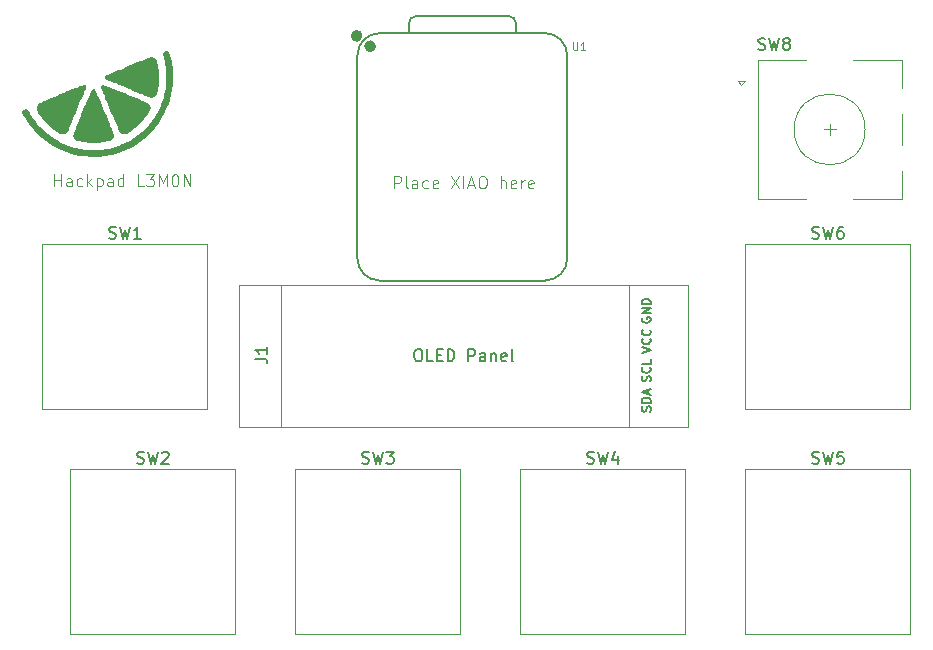
<source format=gbr>
%TF.GenerationSoftware,KiCad,Pcbnew,9.0.6*%
%TF.CreationDate,2025-12-08T21:15:04+04:00*%
%TF.ProjectId,L3MON hackpad,4c334d4f-4e20-4686-9163-6b7061642e6b,rev?*%
%TF.SameCoordinates,Original*%
%TF.FileFunction,Legend,Top*%
%TF.FilePolarity,Positive*%
%FSLAX46Y46*%
G04 Gerber Fmt 4.6, Leading zero omitted, Abs format (unit mm)*
G04 Created by KiCad (PCBNEW 9.0.6) date 2025-12-08 21:15:04*
%MOMM*%
%LPD*%
G01*
G04 APERTURE LIST*
%ADD10C,0.100000*%
%ADD11C,0.150000*%
%ADD12C,0.101600*%
%ADD13C,0.000000*%
%ADD14C,0.120000*%
%ADD15C,0.127000*%
%ADD16C,0.504000*%
%ADD17C,0.040000*%
G04 APERTURE END LIST*
D10*
X101173884Y-45282419D02*
X101173884Y-44282419D01*
X101173884Y-44758609D02*
X101745312Y-44758609D01*
X101745312Y-45282419D02*
X101745312Y-44282419D01*
X102650074Y-45282419D02*
X102650074Y-44758609D01*
X102650074Y-44758609D02*
X102602455Y-44663371D01*
X102602455Y-44663371D02*
X102507217Y-44615752D01*
X102507217Y-44615752D02*
X102316741Y-44615752D01*
X102316741Y-44615752D02*
X102221503Y-44663371D01*
X102650074Y-45234800D02*
X102554836Y-45282419D01*
X102554836Y-45282419D02*
X102316741Y-45282419D01*
X102316741Y-45282419D02*
X102221503Y-45234800D01*
X102221503Y-45234800D02*
X102173884Y-45139561D01*
X102173884Y-45139561D02*
X102173884Y-45044323D01*
X102173884Y-45044323D02*
X102221503Y-44949085D01*
X102221503Y-44949085D02*
X102316741Y-44901466D01*
X102316741Y-44901466D02*
X102554836Y-44901466D01*
X102554836Y-44901466D02*
X102650074Y-44853847D01*
X103554836Y-45234800D02*
X103459598Y-45282419D01*
X103459598Y-45282419D02*
X103269122Y-45282419D01*
X103269122Y-45282419D02*
X103173884Y-45234800D01*
X103173884Y-45234800D02*
X103126265Y-45187180D01*
X103126265Y-45187180D02*
X103078646Y-45091942D01*
X103078646Y-45091942D02*
X103078646Y-44806228D01*
X103078646Y-44806228D02*
X103126265Y-44710990D01*
X103126265Y-44710990D02*
X103173884Y-44663371D01*
X103173884Y-44663371D02*
X103269122Y-44615752D01*
X103269122Y-44615752D02*
X103459598Y-44615752D01*
X103459598Y-44615752D02*
X103554836Y-44663371D01*
X103983408Y-45282419D02*
X103983408Y-44282419D01*
X104078646Y-44901466D02*
X104364360Y-45282419D01*
X104364360Y-44615752D02*
X103983408Y-44996704D01*
X104792932Y-44615752D02*
X104792932Y-45615752D01*
X104792932Y-44663371D02*
X104888170Y-44615752D01*
X104888170Y-44615752D02*
X105078646Y-44615752D01*
X105078646Y-44615752D02*
X105173884Y-44663371D01*
X105173884Y-44663371D02*
X105221503Y-44710990D01*
X105221503Y-44710990D02*
X105269122Y-44806228D01*
X105269122Y-44806228D02*
X105269122Y-45091942D01*
X105269122Y-45091942D02*
X105221503Y-45187180D01*
X105221503Y-45187180D02*
X105173884Y-45234800D01*
X105173884Y-45234800D02*
X105078646Y-45282419D01*
X105078646Y-45282419D02*
X104888170Y-45282419D01*
X104888170Y-45282419D02*
X104792932Y-45234800D01*
X106126265Y-45282419D02*
X106126265Y-44758609D01*
X106126265Y-44758609D02*
X106078646Y-44663371D01*
X106078646Y-44663371D02*
X105983408Y-44615752D01*
X105983408Y-44615752D02*
X105792932Y-44615752D01*
X105792932Y-44615752D02*
X105697694Y-44663371D01*
X106126265Y-45234800D02*
X106031027Y-45282419D01*
X106031027Y-45282419D02*
X105792932Y-45282419D01*
X105792932Y-45282419D02*
X105697694Y-45234800D01*
X105697694Y-45234800D02*
X105650075Y-45139561D01*
X105650075Y-45139561D02*
X105650075Y-45044323D01*
X105650075Y-45044323D02*
X105697694Y-44949085D01*
X105697694Y-44949085D02*
X105792932Y-44901466D01*
X105792932Y-44901466D02*
X106031027Y-44901466D01*
X106031027Y-44901466D02*
X106126265Y-44853847D01*
X107031027Y-45282419D02*
X107031027Y-44282419D01*
X107031027Y-45234800D02*
X106935789Y-45282419D01*
X106935789Y-45282419D02*
X106745313Y-45282419D01*
X106745313Y-45282419D02*
X106650075Y-45234800D01*
X106650075Y-45234800D02*
X106602456Y-45187180D01*
X106602456Y-45187180D02*
X106554837Y-45091942D01*
X106554837Y-45091942D02*
X106554837Y-44806228D01*
X106554837Y-44806228D02*
X106602456Y-44710990D01*
X106602456Y-44710990D02*
X106650075Y-44663371D01*
X106650075Y-44663371D02*
X106745313Y-44615752D01*
X106745313Y-44615752D02*
X106935789Y-44615752D01*
X106935789Y-44615752D02*
X107031027Y-44663371D01*
X108745313Y-45282419D02*
X108269123Y-45282419D01*
X108269123Y-45282419D02*
X108269123Y-44282419D01*
X108983409Y-44282419D02*
X109602456Y-44282419D01*
X109602456Y-44282419D02*
X109269123Y-44663371D01*
X109269123Y-44663371D02*
X109411980Y-44663371D01*
X109411980Y-44663371D02*
X109507218Y-44710990D01*
X109507218Y-44710990D02*
X109554837Y-44758609D01*
X109554837Y-44758609D02*
X109602456Y-44853847D01*
X109602456Y-44853847D02*
X109602456Y-45091942D01*
X109602456Y-45091942D02*
X109554837Y-45187180D01*
X109554837Y-45187180D02*
X109507218Y-45234800D01*
X109507218Y-45234800D02*
X109411980Y-45282419D01*
X109411980Y-45282419D02*
X109126266Y-45282419D01*
X109126266Y-45282419D02*
X109031028Y-45234800D01*
X109031028Y-45234800D02*
X108983409Y-45187180D01*
X110031028Y-45282419D02*
X110031028Y-44282419D01*
X110031028Y-44282419D02*
X110364361Y-44996704D01*
X110364361Y-44996704D02*
X110697694Y-44282419D01*
X110697694Y-44282419D02*
X110697694Y-45282419D01*
X111364361Y-44282419D02*
X111459599Y-44282419D01*
X111459599Y-44282419D02*
X111554837Y-44330038D01*
X111554837Y-44330038D02*
X111602456Y-44377657D01*
X111602456Y-44377657D02*
X111650075Y-44472895D01*
X111650075Y-44472895D02*
X111697694Y-44663371D01*
X111697694Y-44663371D02*
X111697694Y-44901466D01*
X111697694Y-44901466D02*
X111650075Y-45091942D01*
X111650075Y-45091942D02*
X111602456Y-45187180D01*
X111602456Y-45187180D02*
X111554837Y-45234800D01*
X111554837Y-45234800D02*
X111459599Y-45282419D01*
X111459599Y-45282419D02*
X111364361Y-45282419D01*
X111364361Y-45282419D02*
X111269123Y-45234800D01*
X111269123Y-45234800D02*
X111221504Y-45187180D01*
X111221504Y-45187180D02*
X111173885Y-45091942D01*
X111173885Y-45091942D02*
X111126266Y-44901466D01*
X111126266Y-44901466D02*
X111126266Y-44663371D01*
X111126266Y-44663371D02*
X111173885Y-44472895D01*
X111173885Y-44472895D02*
X111221504Y-44377657D01*
X111221504Y-44377657D02*
X111269123Y-44330038D01*
X111269123Y-44330038D02*
X111364361Y-44282419D01*
X112126266Y-45282419D02*
X112126266Y-44282419D01*
X112126266Y-44282419D02*
X112697694Y-45282419D01*
X112697694Y-45282419D02*
X112697694Y-44282419D01*
X129973884Y-45452419D02*
X129973884Y-44452419D01*
X129973884Y-44452419D02*
X130354836Y-44452419D01*
X130354836Y-44452419D02*
X130450074Y-44500038D01*
X130450074Y-44500038D02*
X130497693Y-44547657D01*
X130497693Y-44547657D02*
X130545312Y-44642895D01*
X130545312Y-44642895D02*
X130545312Y-44785752D01*
X130545312Y-44785752D02*
X130497693Y-44880990D01*
X130497693Y-44880990D02*
X130450074Y-44928609D01*
X130450074Y-44928609D02*
X130354836Y-44976228D01*
X130354836Y-44976228D02*
X129973884Y-44976228D01*
X131116741Y-45452419D02*
X131021503Y-45404800D01*
X131021503Y-45404800D02*
X130973884Y-45309561D01*
X130973884Y-45309561D02*
X130973884Y-44452419D01*
X131926265Y-45452419D02*
X131926265Y-44928609D01*
X131926265Y-44928609D02*
X131878646Y-44833371D01*
X131878646Y-44833371D02*
X131783408Y-44785752D01*
X131783408Y-44785752D02*
X131592932Y-44785752D01*
X131592932Y-44785752D02*
X131497694Y-44833371D01*
X131926265Y-45404800D02*
X131831027Y-45452419D01*
X131831027Y-45452419D02*
X131592932Y-45452419D01*
X131592932Y-45452419D02*
X131497694Y-45404800D01*
X131497694Y-45404800D02*
X131450075Y-45309561D01*
X131450075Y-45309561D02*
X131450075Y-45214323D01*
X131450075Y-45214323D02*
X131497694Y-45119085D01*
X131497694Y-45119085D02*
X131592932Y-45071466D01*
X131592932Y-45071466D02*
X131831027Y-45071466D01*
X131831027Y-45071466D02*
X131926265Y-45023847D01*
X132831027Y-45404800D02*
X132735789Y-45452419D01*
X132735789Y-45452419D02*
X132545313Y-45452419D01*
X132545313Y-45452419D02*
X132450075Y-45404800D01*
X132450075Y-45404800D02*
X132402456Y-45357180D01*
X132402456Y-45357180D02*
X132354837Y-45261942D01*
X132354837Y-45261942D02*
X132354837Y-44976228D01*
X132354837Y-44976228D02*
X132402456Y-44880990D01*
X132402456Y-44880990D02*
X132450075Y-44833371D01*
X132450075Y-44833371D02*
X132545313Y-44785752D01*
X132545313Y-44785752D02*
X132735789Y-44785752D01*
X132735789Y-44785752D02*
X132831027Y-44833371D01*
X133640551Y-45404800D02*
X133545313Y-45452419D01*
X133545313Y-45452419D02*
X133354837Y-45452419D01*
X133354837Y-45452419D02*
X133259599Y-45404800D01*
X133259599Y-45404800D02*
X133211980Y-45309561D01*
X133211980Y-45309561D02*
X133211980Y-44928609D01*
X133211980Y-44928609D02*
X133259599Y-44833371D01*
X133259599Y-44833371D02*
X133354837Y-44785752D01*
X133354837Y-44785752D02*
X133545313Y-44785752D01*
X133545313Y-44785752D02*
X133640551Y-44833371D01*
X133640551Y-44833371D02*
X133688170Y-44928609D01*
X133688170Y-44928609D02*
X133688170Y-45023847D01*
X133688170Y-45023847D02*
X133211980Y-45119085D01*
X134783409Y-44452419D02*
X135450075Y-45452419D01*
X135450075Y-44452419D02*
X134783409Y-45452419D01*
X135831028Y-45452419D02*
X135831028Y-44452419D01*
X136259599Y-45166704D02*
X136735789Y-45166704D01*
X136164361Y-45452419D02*
X136497694Y-44452419D01*
X136497694Y-44452419D02*
X136831027Y-45452419D01*
X137354837Y-44452419D02*
X137545313Y-44452419D01*
X137545313Y-44452419D02*
X137640551Y-44500038D01*
X137640551Y-44500038D02*
X137735789Y-44595276D01*
X137735789Y-44595276D02*
X137783408Y-44785752D01*
X137783408Y-44785752D02*
X137783408Y-45119085D01*
X137783408Y-45119085D02*
X137735789Y-45309561D01*
X137735789Y-45309561D02*
X137640551Y-45404800D01*
X137640551Y-45404800D02*
X137545313Y-45452419D01*
X137545313Y-45452419D02*
X137354837Y-45452419D01*
X137354837Y-45452419D02*
X137259599Y-45404800D01*
X137259599Y-45404800D02*
X137164361Y-45309561D01*
X137164361Y-45309561D02*
X137116742Y-45119085D01*
X137116742Y-45119085D02*
X137116742Y-44785752D01*
X137116742Y-44785752D02*
X137164361Y-44595276D01*
X137164361Y-44595276D02*
X137259599Y-44500038D01*
X137259599Y-44500038D02*
X137354837Y-44452419D01*
X138973885Y-45452419D02*
X138973885Y-44452419D01*
X139402456Y-45452419D02*
X139402456Y-44928609D01*
X139402456Y-44928609D02*
X139354837Y-44833371D01*
X139354837Y-44833371D02*
X139259599Y-44785752D01*
X139259599Y-44785752D02*
X139116742Y-44785752D01*
X139116742Y-44785752D02*
X139021504Y-44833371D01*
X139021504Y-44833371D02*
X138973885Y-44880990D01*
X140259599Y-45404800D02*
X140164361Y-45452419D01*
X140164361Y-45452419D02*
X139973885Y-45452419D01*
X139973885Y-45452419D02*
X139878647Y-45404800D01*
X139878647Y-45404800D02*
X139831028Y-45309561D01*
X139831028Y-45309561D02*
X139831028Y-44928609D01*
X139831028Y-44928609D02*
X139878647Y-44833371D01*
X139878647Y-44833371D02*
X139973885Y-44785752D01*
X139973885Y-44785752D02*
X140164361Y-44785752D01*
X140164361Y-44785752D02*
X140259599Y-44833371D01*
X140259599Y-44833371D02*
X140307218Y-44928609D01*
X140307218Y-44928609D02*
X140307218Y-45023847D01*
X140307218Y-45023847D02*
X139831028Y-45119085D01*
X140735790Y-45452419D02*
X140735790Y-44785752D01*
X140735790Y-44976228D02*
X140783409Y-44880990D01*
X140783409Y-44880990D02*
X140831028Y-44833371D01*
X140831028Y-44833371D02*
X140926266Y-44785752D01*
X140926266Y-44785752D02*
X141021504Y-44785752D01*
X141735790Y-45404800D02*
X141640552Y-45452419D01*
X141640552Y-45452419D02*
X141450076Y-45452419D01*
X141450076Y-45452419D02*
X141354838Y-45404800D01*
X141354838Y-45404800D02*
X141307219Y-45309561D01*
X141307219Y-45309561D02*
X141307219Y-44928609D01*
X141307219Y-44928609D02*
X141354838Y-44833371D01*
X141354838Y-44833371D02*
X141450076Y-44785752D01*
X141450076Y-44785752D02*
X141640552Y-44785752D01*
X141640552Y-44785752D02*
X141735790Y-44833371D01*
X141735790Y-44833371D02*
X141783409Y-44928609D01*
X141783409Y-44928609D02*
X141783409Y-45023847D01*
X141783409Y-45023847D02*
X141307219Y-45119085D01*
D11*
X105822917Y-49683200D02*
X105965774Y-49730819D01*
X105965774Y-49730819D02*
X106203869Y-49730819D01*
X106203869Y-49730819D02*
X106299107Y-49683200D01*
X106299107Y-49683200D02*
X106346726Y-49635580D01*
X106346726Y-49635580D02*
X106394345Y-49540342D01*
X106394345Y-49540342D02*
X106394345Y-49445104D01*
X106394345Y-49445104D02*
X106346726Y-49349866D01*
X106346726Y-49349866D02*
X106299107Y-49302247D01*
X106299107Y-49302247D02*
X106203869Y-49254628D01*
X106203869Y-49254628D02*
X106013393Y-49207009D01*
X106013393Y-49207009D02*
X105918155Y-49159390D01*
X105918155Y-49159390D02*
X105870536Y-49111771D01*
X105870536Y-49111771D02*
X105822917Y-49016533D01*
X105822917Y-49016533D02*
X105822917Y-48921295D01*
X105822917Y-48921295D02*
X105870536Y-48826057D01*
X105870536Y-48826057D02*
X105918155Y-48778438D01*
X105918155Y-48778438D02*
X106013393Y-48730819D01*
X106013393Y-48730819D02*
X106251488Y-48730819D01*
X106251488Y-48730819D02*
X106394345Y-48778438D01*
X106727679Y-48730819D02*
X106965774Y-49730819D01*
X106965774Y-49730819D02*
X107156250Y-49016533D01*
X107156250Y-49016533D02*
X107346726Y-49730819D01*
X107346726Y-49730819D02*
X107584822Y-48730819D01*
X108489583Y-49730819D02*
X107918155Y-49730819D01*
X108203869Y-49730819D02*
X108203869Y-48730819D01*
X108203869Y-48730819D02*
X108108631Y-48873676D01*
X108108631Y-48873676D02*
X108013393Y-48968914D01*
X108013393Y-48968914D02*
X107918155Y-49016533D01*
X127254167Y-68733200D02*
X127397024Y-68780819D01*
X127397024Y-68780819D02*
X127635119Y-68780819D01*
X127635119Y-68780819D02*
X127730357Y-68733200D01*
X127730357Y-68733200D02*
X127777976Y-68685580D01*
X127777976Y-68685580D02*
X127825595Y-68590342D01*
X127825595Y-68590342D02*
X127825595Y-68495104D01*
X127825595Y-68495104D02*
X127777976Y-68399866D01*
X127777976Y-68399866D02*
X127730357Y-68352247D01*
X127730357Y-68352247D02*
X127635119Y-68304628D01*
X127635119Y-68304628D02*
X127444643Y-68257009D01*
X127444643Y-68257009D02*
X127349405Y-68209390D01*
X127349405Y-68209390D02*
X127301786Y-68161771D01*
X127301786Y-68161771D02*
X127254167Y-68066533D01*
X127254167Y-68066533D02*
X127254167Y-67971295D01*
X127254167Y-67971295D02*
X127301786Y-67876057D01*
X127301786Y-67876057D02*
X127349405Y-67828438D01*
X127349405Y-67828438D02*
X127444643Y-67780819D01*
X127444643Y-67780819D02*
X127682738Y-67780819D01*
X127682738Y-67780819D02*
X127825595Y-67828438D01*
X128158929Y-67780819D02*
X128397024Y-68780819D01*
X128397024Y-68780819D02*
X128587500Y-68066533D01*
X128587500Y-68066533D02*
X128777976Y-68780819D01*
X128777976Y-68780819D02*
X129016072Y-67780819D01*
X129301786Y-67780819D02*
X129920833Y-67780819D01*
X129920833Y-67780819D02*
X129587500Y-68161771D01*
X129587500Y-68161771D02*
X129730357Y-68161771D01*
X129730357Y-68161771D02*
X129825595Y-68209390D01*
X129825595Y-68209390D02*
X129873214Y-68257009D01*
X129873214Y-68257009D02*
X129920833Y-68352247D01*
X129920833Y-68352247D02*
X129920833Y-68590342D01*
X129920833Y-68590342D02*
X129873214Y-68685580D01*
X129873214Y-68685580D02*
X129825595Y-68733200D01*
X129825595Y-68733200D02*
X129730357Y-68780819D01*
X129730357Y-68780819D02*
X129444643Y-68780819D01*
X129444643Y-68780819D02*
X129349405Y-68733200D01*
X129349405Y-68733200D02*
X129301786Y-68685580D01*
X165354167Y-49683200D02*
X165497024Y-49730819D01*
X165497024Y-49730819D02*
X165735119Y-49730819D01*
X165735119Y-49730819D02*
X165830357Y-49683200D01*
X165830357Y-49683200D02*
X165877976Y-49635580D01*
X165877976Y-49635580D02*
X165925595Y-49540342D01*
X165925595Y-49540342D02*
X165925595Y-49445104D01*
X165925595Y-49445104D02*
X165877976Y-49349866D01*
X165877976Y-49349866D02*
X165830357Y-49302247D01*
X165830357Y-49302247D02*
X165735119Y-49254628D01*
X165735119Y-49254628D02*
X165544643Y-49207009D01*
X165544643Y-49207009D02*
X165449405Y-49159390D01*
X165449405Y-49159390D02*
X165401786Y-49111771D01*
X165401786Y-49111771D02*
X165354167Y-49016533D01*
X165354167Y-49016533D02*
X165354167Y-48921295D01*
X165354167Y-48921295D02*
X165401786Y-48826057D01*
X165401786Y-48826057D02*
X165449405Y-48778438D01*
X165449405Y-48778438D02*
X165544643Y-48730819D01*
X165544643Y-48730819D02*
X165782738Y-48730819D01*
X165782738Y-48730819D02*
X165925595Y-48778438D01*
X166258929Y-48730819D02*
X166497024Y-49730819D01*
X166497024Y-49730819D02*
X166687500Y-49016533D01*
X166687500Y-49016533D02*
X166877976Y-49730819D01*
X166877976Y-49730819D02*
X167116072Y-48730819D01*
X167925595Y-48730819D02*
X167735119Y-48730819D01*
X167735119Y-48730819D02*
X167639881Y-48778438D01*
X167639881Y-48778438D02*
X167592262Y-48826057D01*
X167592262Y-48826057D02*
X167497024Y-48968914D01*
X167497024Y-48968914D02*
X167449405Y-49159390D01*
X167449405Y-49159390D02*
X167449405Y-49540342D01*
X167449405Y-49540342D02*
X167497024Y-49635580D01*
X167497024Y-49635580D02*
X167544643Y-49683200D01*
X167544643Y-49683200D02*
X167639881Y-49730819D01*
X167639881Y-49730819D02*
X167830357Y-49730819D01*
X167830357Y-49730819D02*
X167925595Y-49683200D01*
X167925595Y-49683200D02*
X167973214Y-49635580D01*
X167973214Y-49635580D02*
X168020833Y-49540342D01*
X168020833Y-49540342D02*
X168020833Y-49302247D01*
X168020833Y-49302247D02*
X167973214Y-49207009D01*
X167973214Y-49207009D02*
X167925595Y-49159390D01*
X167925595Y-49159390D02*
X167830357Y-49111771D01*
X167830357Y-49111771D02*
X167639881Y-49111771D01*
X167639881Y-49111771D02*
X167544643Y-49159390D01*
X167544643Y-49159390D02*
X167497024Y-49207009D01*
X167497024Y-49207009D02*
X167449405Y-49302247D01*
D12*
X145106190Y-33113479D02*
X145106190Y-33627526D01*
X145106190Y-33627526D02*
X145136428Y-33688002D01*
X145136428Y-33688002D02*
X145166666Y-33718241D01*
X145166666Y-33718241D02*
X145227142Y-33748479D01*
X145227142Y-33748479D02*
X145348095Y-33748479D01*
X145348095Y-33748479D02*
X145408571Y-33718241D01*
X145408571Y-33718241D02*
X145438809Y-33688002D01*
X145438809Y-33688002D02*
X145469047Y-33627526D01*
X145469047Y-33627526D02*
X145469047Y-33113479D01*
X146104047Y-33748479D02*
X145741190Y-33748479D01*
X145922618Y-33748479D02*
X145922618Y-33113479D01*
X145922618Y-33113479D02*
X145862142Y-33204193D01*
X145862142Y-33204193D02*
X145801666Y-33264669D01*
X145801666Y-33264669D02*
X145741190Y-33294907D01*
D11*
X165354167Y-68733200D02*
X165497024Y-68780819D01*
X165497024Y-68780819D02*
X165735119Y-68780819D01*
X165735119Y-68780819D02*
X165830357Y-68733200D01*
X165830357Y-68733200D02*
X165877976Y-68685580D01*
X165877976Y-68685580D02*
X165925595Y-68590342D01*
X165925595Y-68590342D02*
X165925595Y-68495104D01*
X165925595Y-68495104D02*
X165877976Y-68399866D01*
X165877976Y-68399866D02*
X165830357Y-68352247D01*
X165830357Y-68352247D02*
X165735119Y-68304628D01*
X165735119Y-68304628D02*
X165544643Y-68257009D01*
X165544643Y-68257009D02*
X165449405Y-68209390D01*
X165449405Y-68209390D02*
X165401786Y-68161771D01*
X165401786Y-68161771D02*
X165354167Y-68066533D01*
X165354167Y-68066533D02*
X165354167Y-67971295D01*
X165354167Y-67971295D02*
X165401786Y-67876057D01*
X165401786Y-67876057D02*
X165449405Y-67828438D01*
X165449405Y-67828438D02*
X165544643Y-67780819D01*
X165544643Y-67780819D02*
X165782738Y-67780819D01*
X165782738Y-67780819D02*
X165925595Y-67828438D01*
X166258929Y-67780819D02*
X166497024Y-68780819D01*
X166497024Y-68780819D02*
X166687500Y-68066533D01*
X166687500Y-68066533D02*
X166877976Y-68780819D01*
X166877976Y-68780819D02*
X167116072Y-67780819D01*
X167973214Y-67780819D02*
X167497024Y-67780819D01*
X167497024Y-67780819D02*
X167449405Y-68257009D01*
X167449405Y-68257009D02*
X167497024Y-68209390D01*
X167497024Y-68209390D02*
X167592262Y-68161771D01*
X167592262Y-68161771D02*
X167830357Y-68161771D01*
X167830357Y-68161771D02*
X167925595Y-68209390D01*
X167925595Y-68209390D02*
X167973214Y-68257009D01*
X167973214Y-68257009D02*
X168020833Y-68352247D01*
X168020833Y-68352247D02*
X168020833Y-68590342D01*
X168020833Y-68590342D02*
X167973214Y-68685580D01*
X167973214Y-68685580D02*
X167925595Y-68733200D01*
X167925595Y-68733200D02*
X167830357Y-68780819D01*
X167830357Y-68780819D02*
X167592262Y-68780819D01*
X167592262Y-68780819D02*
X167497024Y-68733200D01*
X167497024Y-68733200D02*
X167449405Y-68685580D01*
X118201069Y-59889583D02*
X118915354Y-59889583D01*
X118915354Y-59889583D02*
X119058211Y-59937202D01*
X119058211Y-59937202D02*
X119153450Y-60032440D01*
X119153450Y-60032440D02*
X119201069Y-60175297D01*
X119201069Y-60175297D02*
X119201069Y-60270535D01*
X119201069Y-58889583D02*
X119201069Y-59461011D01*
X119201069Y-59175297D02*
X118201069Y-59175297D01*
X118201069Y-59175297D02*
X118343926Y-59270535D01*
X118343926Y-59270535D02*
X118439164Y-59365773D01*
X118439164Y-59365773D02*
X118486783Y-59461011D01*
X131917678Y-59101069D02*
X132108154Y-59101069D01*
X132108154Y-59101069D02*
X132203392Y-59148688D01*
X132203392Y-59148688D02*
X132298630Y-59243926D01*
X132298630Y-59243926D02*
X132346249Y-59434402D01*
X132346249Y-59434402D02*
X132346249Y-59767735D01*
X132346249Y-59767735D02*
X132298630Y-59958211D01*
X132298630Y-59958211D02*
X132203392Y-60053450D01*
X132203392Y-60053450D02*
X132108154Y-60101069D01*
X132108154Y-60101069D02*
X131917678Y-60101069D01*
X131917678Y-60101069D02*
X131822440Y-60053450D01*
X131822440Y-60053450D02*
X131727202Y-59958211D01*
X131727202Y-59958211D02*
X131679583Y-59767735D01*
X131679583Y-59767735D02*
X131679583Y-59434402D01*
X131679583Y-59434402D02*
X131727202Y-59243926D01*
X131727202Y-59243926D02*
X131822440Y-59148688D01*
X131822440Y-59148688D02*
X131917678Y-59101069D01*
X133251011Y-60101069D02*
X132774821Y-60101069D01*
X132774821Y-60101069D02*
X132774821Y-59101069D01*
X133584345Y-59577259D02*
X133917678Y-59577259D01*
X134060535Y-60101069D02*
X133584345Y-60101069D01*
X133584345Y-60101069D02*
X133584345Y-59101069D01*
X133584345Y-59101069D02*
X134060535Y-59101069D01*
X134489107Y-60101069D02*
X134489107Y-59101069D01*
X134489107Y-59101069D02*
X134727202Y-59101069D01*
X134727202Y-59101069D02*
X134870059Y-59148688D01*
X134870059Y-59148688D02*
X134965297Y-59243926D01*
X134965297Y-59243926D02*
X135012916Y-59339164D01*
X135012916Y-59339164D02*
X135060535Y-59529640D01*
X135060535Y-59529640D02*
X135060535Y-59672497D01*
X135060535Y-59672497D02*
X135012916Y-59862973D01*
X135012916Y-59862973D02*
X134965297Y-59958211D01*
X134965297Y-59958211D02*
X134870059Y-60053450D01*
X134870059Y-60053450D02*
X134727202Y-60101069D01*
X134727202Y-60101069D02*
X134489107Y-60101069D01*
X136251012Y-60101069D02*
X136251012Y-59101069D01*
X136251012Y-59101069D02*
X136631964Y-59101069D01*
X136631964Y-59101069D02*
X136727202Y-59148688D01*
X136727202Y-59148688D02*
X136774821Y-59196307D01*
X136774821Y-59196307D02*
X136822440Y-59291545D01*
X136822440Y-59291545D02*
X136822440Y-59434402D01*
X136822440Y-59434402D02*
X136774821Y-59529640D01*
X136774821Y-59529640D02*
X136727202Y-59577259D01*
X136727202Y-59577259D02*
X136631964Y-59624878D01*
X136631964Y-59624878D02*
X136251012Y-59624878D01*
X137679583Y-60101069D02*
X137679583Y-59577259D01*
X137679583Y-59577259D02*
X137631964Y-59482021D01*
X137631964Y-59482021D02*
X137536726Y-59434402D01*
X137536726Y-59434402D02*
X137346250Y-59434402D01*
X137346250Y-59434402D02*
X137251012Y-59482021D01*
X137679583Y-60053450D02*
X137584345Y-60101069D01*
X137584345Y-60101069D02*
X137346250Y-60101069D01*
X137346250Y-60101069D02*
X137251012Y-60053450D01*
X137251012Y-60053450D02*
X137203393Y-59958211D01*
X137203393Y-59958211D02*
X137203393Y-59862973D01*
X137203393Y-59862973D02*
X137251012Y-59767735D01*
X137251012Y-59767735D02*
X137346250Y-59720116D01*
X137346250Y-59720116D02*
X137584345Y-59720116D01*
X137584345Y-59720116D02*
X137679583Y-59672497D01*
X138155774Y-59434402D02*
X138155774Y-60101069D01*
X138155774Y-59529640D02*
X138203393Y-59482021D01*
X138203393Y-59482021D02*
X138298631Y-59434402D01*
X138298631Y-59434402D02*
X138441488Y-59434402D01*
X138441488Y-59434402D02*
X138536726Y-59482021D01*
X138536726Y-59482021D02*
X138584345Y-59577259D01*
X138584345Y-59577259D02*
X138584345Y-60101069D01*
X139441488Y-60053450D02*
X139346250Y-60101069D01*
X139346250Y-60101069D02*
X139155774Y-60101069D01*
X139155774Y-60101069D02*
X139060536Y-60053450D01*
X139060536Y-60053450D02*
X139012917Y-59958211D01*
X139012917Y-59958211D02*
X139012917Y-59577259D01*
X139012917Y-59577259D02*
X139060536Y-59482021D01*
X139060536Y-59482021D02*
X139155774Y-59434402D01*
X139155774Y-59434402D02*
X139346250Y-59434402D01*
X139346250Y-59434402D02*
X139441488Y-59482021D01*
X139441488Y-59482021D02*
X139489107Y-59577259D01*
X139489107Y-59577259D02*
X139489107Y-59672497D01*
X139489107Y-59672497D02*
X139012917Y-59767735D01*
X140060536Y-60101069D02*
X139965298Y-60053450D01*
X139965298Y-60053450D02*
X139917679Y-59958211D01*
X139917679Y-59958211D02*
X139917679Y-59101069D01*
X150935414Y-59376249D02*
X151685414Y-59126249D01*
X151685414Y-59126249D02*
X150935414Y-58876249D01*
X151613985Y-58197678D02*
X151649700Y-58233392D01*
X151649700Y-58233392D02*
X151685414Y-58340535D01*
X151685414Y-58340535D02*
X151685414Y-58411963D01*
X151685414Y-58411963D02*
X151649700Y-58519106D01*
X151649700Y-58519106D02*
X151578271Y-58590535D01*
X151578271Y-58590535D02*
X151506842Y-58626249D01*
X151506842Y-58626249D02*
X151363985Y-58661963D01*
X151363985Y-58661963D02*
X151256842Y-58661963D01*
X151256842Y-58661963D02*
X151113985Y-58626249D01*
X151113985Y-58626249D02*
X151042557Y-58590535D01*
X151042557Y-58590535D02*
X150971128Y-58519106D01*
X150971128Y-58519106D02*
X150935414Y-58411963D01*
X150935414Y-58411963D02*
X150935414Y-58340535D01*
X150935414Y-58340535D02*
X150971128Y-58233392D01*
X150971128Y-58233392D02*
X151006842Y-58197678D01*
X151613985Y-57447678D02*
X151649700Y-57483392D01*
X151649700Y-57483392D02*
X151685414Y-57590535D01*
X151685414Y-57590535D02*
X151685414Y-57661963D01*
X151685414Y-57661963D02*
X151649700Y-57769106D01*
X151649700Y-57769106D02*
X151578271Y-57840535D01*
X151578271Y-57840535D02*
X151506842Y-57876249D01*
X151506842Y-57876249D02*
X151363985Y-57911963D01*
X151363985Y-57911963D02*
X151256842Y-57911963D01*
X151256842Y-57911963D02*
X151113985Y-57876249D01*
X151113985Y-57876249D02*
X151042557Y-57840535D01*
X151042557Y-57840535D02*
X150971128Y-57769106D01*
X150971128Y-57769106D02*
X150935414Y-57661963D01*
X150935414Y-57661963D02*
X150935414Y-57590535D01*
X150935414Y-57590535D02*
X150971128Y-57483392D01*
X150971128Y-57483392D02*
X151006842Y-57447678D01*
X151649700Y-64366963D02*
X151685414Y-64259821D01*
X151685414Y-64259821D02*
X151685414Y-64081249D01*
X151685414Y-64081249D02*
X151649700Y-64009821D01*
X151649700Y-64009821D02*
X151613985Y-63974106D01*
X151613985Y-63974106D02*
X151542557Y-63938392D01*
X151542557Y-63938392D02*
X151471128Y-63938392D01*
X151471128Y-63938392D02*
X151399700Y-63974106D01*
X151399700Y-63974106D02*
X151363985Y-64009821D01*
X151363985Y-64009821D02*
X151328271Y-64081249D01*
X151328271Y-64081249D02*
X151292557Y-64224106D01*
X151292557Y-64224106D02*
X151256842Y-64295535D01*
X151256842Y-64295535D02*
X151221128Y-64331249D01*
X151221128Y-64331249D02*
X151149700Y-64366963D01*
X151149700Y-64366963D02*
X151078271Y-64366963D01*
X151078271Y-64366963D02*
X151006842Y-64331249D01*
X151006842Y-64331249D02*
X150971128Y-64295535D01*
X150971128Y-64295535D02*
X150935414Y-64224106D01*
X150935414Y-64224106D02*
X150935414Y-64045535D01*
X150935414Y-64045535D02*
X150971128Y-63938392D01*
X151685414Y-63616963D02*
X150935414Y-63616963D01*
X150935414Y-63616963D02*
X150935414Y-63438392D01*
X150935414Y-63438392D02*
X150971128Y-63331249D01*
X150971128Y-63331249D02*
X151042557Y-63259820D01*
X151042557Y-63259820D02*
X151113985Y-63224106D01*
X151113985Y-63224106D02*
X151256842Y-63188392D01*
X151256842Y-63188392D02*
X151363985Y-63188392D01*
X151363985Y-63188392D02*
X151506842Y-63224106D01*
X151506842Y-63224106D02*
X151578271Y-63259820D01*
X151578271Y-63259820D02*
X151649700Y-63331249D01*
X151649700Y-63331249D02*
X151685414Y-63438392D01*
X151685414Y-63438392D02*
X151685414Y-63616963D01*
X151471128Y-62902677D02*
X151471128Y-62545535D01*
X151685414Y-62974106D02*
X150935414Y-62724106D01*
X150935414Y-62724106D02*
X151685414Y-62474106D01*
X151649700Y-61809106D02*
X151685414Y-61701964D01*
X151685414Y-61701964D02*
X151685414Y-61523392D01*
X151685414Y-61523392D02*
X151649700Y-61451964D01*
X151649700Y-61451964D02*
X151613985Y-61416249D01*
X151613985Y-61416249D02*
X151542557Y-61380535D01*
X151542557Y-61380535D02*
X151471128Y-61380535D01*
X151471128Y-61380535D02*
X151399700Y-61416249D01*
X151399700Y-61416249D02*
X151363985Y-61451964D01*
X151363985Y-61451964D02*
X151328271Y-61523392D01*
X151328271Y-61523392D02*
X151292557Y-61666249D01*
X151292557Y-61666249D02*
X151256842Y-61737678D01*
X151256842Y-61737678D02*
X151221128Y-61773392D01*
X151221128Y-61773392D02*
X151149700Y-61809106D01*
X151149700Y-61809106D02*
X151078271Y-61809106D01*
X151078271Y-61809106D02*
X151006842Y-61773392D01*
X151006842Y-61773392D02*
X150971128Y-61737678D01*
X150971128Y-61737678D02*
X150935414Y-61666249D01*
X150935414Y-61666249D02*
X150935414Y-61487678D01*
X150935414Y-61487678D02*
X150971128Y-61380535D01*
X151613985Y-60630535D02*
X151649700Y-60666249D01*
X151649700Y-60666249D02*
X151685414Y-60773392D01*
X151685414Y-60773392D02*
X151685414Y-60844820D01*
X151685414Y-60844820D02*
X151649700Y-60951963D01*
X151649700Y-60951963D02*
X151578271Y-61023392D01*
X151578271Y-61023392D02*
X151506842Y-61059106D01*
X151506842Y-61059106D02*
X151363985Y-61094820D01*
X151363985Y-61094820D02*
X151256842Y-61094820D01*
X151256842Y-61094820D02*
X151113985Y-61059106D01*
X151113985Y-61059106D02*
X151042557Y-61023392D01*
X151042557Y-61023392D02*
X150971128Y-60951963D01*
X150971128Y-60951963D02*
X150935414Y-60844820D01*
X150935414Y-60844820D02*
X150935414Y-60773392D01*
X150935414Y-60773392D02*
X150971128Y-60666249D01*
X150971128Y-60666249D02*
X151006842Y-60630535D01*
X151685414Y-59951963D02*
X151685414Y-60309106D01*
X151685414Y-60309106D02*
X150935414Y-60309106D01*
X150971128Y-56407678D02*
X150935414Y-56479107D01*
X150935414Y-56479107D02*
X150935414Y-56586249D01*
X150935414Y-56586249D02*
X150971128Y-56693392D01*
X150971128Y-56693392D02*
X151042557Y-56764821D01*
X151042557Y-56764821D02*
X151113985Y-56800535D01*
X151113985Y-56800535D02*
X151256842Y-56836249D01*
X151256842Y-56836249D02*
X151363985Y-56836249D01*
X151363985Y-56836249D02*
X151506842Y-56800535D01*
X151506842Y-56800535D02*
X151578271Y-56764821D01*
X151578271Y-56764821D02*
X151649700Y-56693392D01*
X151649700Y-56693392D02*
X151685414Y-56586249D01*
X151685414Y-56586249D02*
X151685414Y-56514821D01*
X151685414Y-56514821D02*
X151649700Y-56407678D01*
X151649700Y-56407678D02*
X151613985Y-56371964D01*
X151613985Y-56371964D02*
X151363985Y-56371964D01*
X151363985Y-56371964D02*
X151363985Y-56514821D01*
X151685414Y-56050535D02*
X150935414Y-56050535D01*
X150935414Y-56050535D02*
X151685414Y-55621964D01*
X151685414Y-55621964D02*
X150935414Y-55621964D01*
X151685414Y-55264821D02*
X150935414Y-55264821D01*
X150935414Y-55264821D02*
X150935414Y-55086250D01*
X150935414Y-55086250D02*
X150971128Y-54979107D01*
X150971128Y-54979107D02*
X151042557Y-54907678D01*
X151042557Y-54907678D02*
X151113985Y-54871964D01*
X151113985Y-54871964D02*
X151256842Y-54836250D01*
X151256842Y-54836250D02*
X151363985Y-54836250D01*
X151363985Y-54836250D02*
X151506842Y-54871964D01*
X151506842Y-54871964D02*
X151578271Y-54907678D01*
X151578271Y-54907678D02*
X151649700Y-54979107D01*
X151649700Y-54979107D02*
X151685414Y-55086250D01*
X151685414Y-55086250D02*
X151685414Y-55264821D01*
X160797917Y-33688450D02*
X160940774Y-33736069D01*
X160940774Y-33736069D02*
X161178869Y-33736069D01*
X161178869Y-33736069D02*
X161274107Y-33688450D01*
X161274107Y-33688450D02*
X161321726Y-33640830D01*
X161321726Y-33640830D02*
X161369345Y-33545592D01*
X161369345Y-33545592D02*
X161369345Y-33450354D01*
X161369345Y-33450354D02*
X161321726Y-33355116D01*
X161321726Y-33355116D02*
X161274107Y-33307497D01*
X161274107Y-33307497D02*
X161178869Y-33259878D01*
X161178869Y-33259878D02*
X160988393Y-33212259D01*
X160988393Y-33212259D02*
X160893155Y-33164640D01*
X160893155Y-33164640D02*
X160845536Y-33117021D01*
X160845536Y-33117021D02*
X160797917Y-33021783D01*
X160797917Y-33021783D02*
X160797917Y-32926545D01*
X160797917Y-32926545D02*
X160845536Y-32831307D01*
X160845536Y-32831307D02*
X160893155Y-32783688D01*
X160893155Y-32783688D02*
X160988393Y-32736069D01*
X160988393Y-32736069D02*
X161226488Y-32736069D01*
X161226488Y-32736069D02*
X161369345Y-32783688D01*
X161702679Y-32736069D02*
X161940774Y-33736069D01*
X161940774Y-33736069D02*
X162131250Y-33021783D01*
X162131250Y-33021783D02*
X162321726Y-33736069D01*
X162321726Y-33736069D02*
X162559822Y-32736069D01*
X163083631Y-33164640D02*
X162988393Y-33117021D01*
X162988393Y-33117021D02*
X162940774Y-33069402D01*
X162940774Y-33069402D02*
X162893155Y-32974164D01*
X162893155Y-32974164D02*
X162893155Y-32926545D01*
X162893155Y-32926545D02*
X162940774Y-32831307D01*
X162940774Y-32831307D02*
X162988393Y-32783688D01*
X162988393Y-32783688D02*
X163083631Y-32736069D01*
X163083631Y-32736069D02*
X163274107Y-32736069D01*
X163274107Y-32736069D02*
X163369345Y-32783688D01*
X163369345Y-32783688D02*
X163416964Y-32831307D01*
X163416964Y-32831307D02*
X163464583Y-32926545D01*
X163464583Y-32926545D02*
X163464583Y-32974164D01*
X163464583Y-32974164D02*
X163416964Y-33069402D01*
X163416964Y-33069402D02*
X163369345Y-33117021D01*
X163369345Y-33117021D02*
X163274107Y-33164640D01*
X163274107Y-33164640D02*
X163083631Y-33164640D01*
X163083631Y-33164640D02*
X162988393Y-33212259D01*
X162988393Y-33212259D02*
X162940774Y-33259878D01*
X162940774Y-33259878D02*
X162893155Y-33355116D01*
X162893155Y-33355116D02*
X162893155Y-33545592D01*
X162893155Y-33545592D02*
X162940774Y-33640830D01*
X162940774Y-33640830D02*
X162988393Y-33688450D01*
X162988393Y-33688450D02*
X163083631Y-33736069D01*
X163083631Y-33736069D02*
X163274107Y-33736069D01*
X163274107Y-33736069D02*
X163369345Y-33688450D01*
X163369345Y-33688450D02*
X163416964Y-33640830D01*
X163416964Y-33640830D02*
X163464583Y-33545592D01*
X163464583Y-33545592D02*
X163464583Y-33355116D01*
X163464583Y-33355116D02*
X163416964Y-33259878D01*
X163416964Y-33259878D02*
X163369345Y-33212259D01*
X163369345Y-33212259D02*
X163274107Y-33164640D01*
X146304167Y-68733200D02*
X146447024Y-68780819D01*
X146447024Y-68780819D02*
X146685119Y-68780819D01*
X146685119Y-68780819D02*
X146780357Y-68733200D01*
X146780357Y-68733200D02*
X146827976Y-68685580D01*
X146827976Y-68685580D02*
X146875595Y-68590342D01*
X146875595Y-68590342D02*
X146875595Y-68495104D01*
X146875595Y-68495104D02*
X146827976Y-68399866D01*
X146827976Y-68399866D02*
X146780357Y-68352247D01*
X146780357Y-68352247D02*
X146685119Y-68304628D01*
X146685119Y-68304628D02*
X146494643Y-68257009D01*
X146494643Y-68257009D02*
X146399405Y-68209390D01*
X146399405Y-68209390D02*
X146351786Y-68161771D01*
X146351786Y-68161771D02*
X146304167Y-68066533D01*
X146304167Y-68066533D02*
X146304167Y-67971295D01*
X146304167Y-67971295D02*
X146351786Y-67876057D01*
X146351786Y-67876057D02*
X146399405Y-67828438D01*
X146399405Y-67828438D02*
X146494643Y-67780819D01*
X146494643Y-67780819D02*
X146732738Y-67780819D01*
X146732738Y-67780819D02*
X146875595Y-67828438D01*
X147208929Y-67780819D02*
X147447024Y-68780819D01*
X147447024Y-68780819D02*
X147637500Y-68066533D01*
X147637500Y-68066533D02*
X147827976Y-68780819D01*
X147827976Y-68780819D02*
X148066072Y-67780819D01*
X148875595Y-68114152D02*
X148875595Y-68780819D01*
X148637500Y-67733200D02*
X148399405Y-68447485D01*
X148399405Y-68447485D02*
X149018452Y-68447485D01*
X108204167Y-68733200D02*
X108347024Y-68780819D01*
X108347024Y-68780819D02*
X108585119Y-68780819D01*
X108585119Y-68780819D02*
X108680357Y-68733200D01*
X108680357Y-68733200D02*
X108727976Y-68685580D01*
X108727976Y-68685580D02*
X108775595Y-68590342D01*
X108775595Y-68590342D02*
X108775595Y-68495104D01*
X108775595Y-68495104D02*
X108727976Y-68399866D01*
X108727976Y-68399866D02*
X108680357Y-68352247D01*
X108680357Y-68352247D02*
X108585119Y-68304628D01*
X108585119Y-68304628D02*
X108394643Y-68257009D01*
X108394643Y-68257009D02*
X108299405Y-68209390D01*
X108299405Y-68209390D02*
X108251786Y-68161771D01*
X108251786Y-68161771D02*
X108204167Y-68066533D01*
X108204167Y-68066533D02*
X108204167Y-67971295D01*
X108204167Y-67971295D02*
X108251786Y-67876057D01*
X108251786Y-67876057D02*
X108299405Y-67828438D01*
X108299405Y-67828438D02*
X108394643Y-67780819D01*
X108394643Y-67780819D02*
X108632738Y-67780819D01*
X108632738Y-67780819D02*
X108775595Y-67828438D01*
X109108929Y-67780819D02*
X109347024Y-68780819D01*
X109347024Y-68780819D02*
X109537500Y-68066533D01*
X109537500Y-68066533D02*
X109727976Y-68780819D01*
X109727976Y-68780819D02*
X109966072Y-67780819D01*
X110299405Y-67876057D02*
X110347024Y-67828438D01*
X110347024Y-67828438D02*
X110442262Y-67780819D01*
X110442262Y-67780819D02*
X110680357Y-67780819D01*
X110680357Y-67780819D02*
X110775595Y-67828438D01*
X110775595Y-67828438D02*
X110823214Y-67876057D01*
X110823214Y-67876057D02*
X110870833Y-67971295D01*
X110870833Y-67971295D02*
X110870833Y-68066533D01*
X110870833Y-68066533D02*
X110823214Y-68209390D01*
X110823214Y-68209390D02*
X110251786Y-68780819D01*
X110251786Y-68780819D02*
X110870833Y-68780819D01*
D13*
%TO.C,G\u002A\u002A\u002A*%
G36*
X103827545Y-36746688D02*
G01*
X103862640Y-36799473D01*
X103870677Y-36822339D01*
X103875799Y-36842335D01*
X103877751Y-36862824D01*
X103875342Y-36887750D01*
X103867381Y-36921053D01*
X103852678Y-36966675D01*
X103830042Y-37028558D01*
X103798281Y-37110644D01*
X103756207Y-37216873D01*
X103736742Y-37265706D01*
X103666405Y-37441275D01*
X103585993Y-37640685D01*
X103497210Y-37859790D01*
X103401760Y-38094445D01*
X103301346Y-38340502D01*
X103197671Y-38593816D01*
X103092439Y-38850241D01*
X102987354Y-39105630D01*
X102884119Y-39355837D01*
X102784438Y-39596717D01*
X102690014Y-39824122D01*
X102602550Y-40033907D01*
X102523751Y-40221926D01*
X102461565Y-40369302D01*
X102406720Y-40494396D01*
X102358393Y-40593461D01*
X102313454Y-40670923D01*
X102268774Y-40731212D01*
X102221223Y-40778754D01*
X102167671Y-40817979D01*
X102128056Y-40841170D01*
X102021774Y-40881832D01*
X101908208Y-40894817D01*
X101796190Y-40879409D01*
X101767666Y-40870398D01*
X101676138Y-40830365D01*
X101566332Y-40770111D01*
X101442182Y-40692384D01*
X101307621Y-40599931D01*
X101166582Y-40495500D01*
X101022998Y-40381836D01*
X100880802Y-40261686D01*
X100823826Y-40211198D01*
X100685026Y-40081400D01*
X100545303Y-39941361D01*
X100407390Y-39794461D01*
X100274019Y-39644079D01*
X100147924Y-39493594D01*
X100031836Y-39346386D01*
X99928490Y-39205835D01*
X99840616Y-39075320D01*
X99770950Y-38958220D01*
X99722222Y-38857915D01*
X99715286Y-38840319D01*
X99687793Y-38724090D01*
X99689758Y-38606272D01*
X99719934Y-38492936D01*
X99777076Y-38390153D01*
X99817400Y-38342516D01*
X99837941Y-38325293D01*
X99870658Y-38303844D01*
X99916782Y-38277626D01*
X99977542Y-38246095D01*
X100054169Y-38208708D01*
X100147892Y-38164924D01*
X100259943Y-38114197D01*
X100391551Y-38055986D01*
X100543946Y-37989747D01*
X100718359Y-37914937D01*
X100916019Y-37831014D01*
X101138156Y-37737433D01*
X101386002Y-37633653D01*
X101660786Y-37519129D01*
X101963737Y-37393320D01*
X102025880Y-37367558D01*
X102286378Y-37259826D01*
X102519180Y-37164068D01*
X102725943Y-37079647D01*
X102908327Y-37005925D01*
X103067990Y-36942265D01*
X103206591Y-36888029D01*
X103325788Y-36842580D01*
X103427239Y-36805280D01*
X103512603Y-36775491D01*
X103583539Y-36752576D01*
X103641705Y-36735897D01*
X103688760Y-36724817D01*
X103706342Y-36721557D01*
X103775978Y-36721043D01*
X103827545Y-36746688D01*
G37*
G36*
X105412189Y-36746400D02*
G01*
X105463330Y-36762037D01*
X105537172Y-36787401D01*
X105629599Y-36821051D01*
X105741614Y-36863391D01*
X105874219Y-36914822D01*
X106028417Y-36975750D01*
X106205212Y-37046578D01*
X106405606Y-37127708D01*
X106630602Y-37219545D01*
X106881202Y-37322491D01*
X107158410Y-37436951D01*
X107463229Y-37563328D01*
X107706248Y-37664376D01*
X107943034Y-37762942D01*
X108152171Y-37850059D01*
X108335498Y-37926581D01*
X108494853Y-37993358D01*
X108632073Y-38051243D01*
X108748998Y-38101088D01*
X108847466Y-38143745D01*
X108929314Y-38180065D01*
X108996383Y-38210901D01*
X109050508Y-38237104D01*
X109093530Y-38259526D01*
X109127286Y-38279019D01*
X109153615Y-38296436D01*
X109174355Y-38312627D01*
X109191344Y-38328445D01*
X109206421Y-38344742D01*
X109221424Y-38362369D01*
X109227127Y-38369164D01*
X109294862Y-38472197D01*
X109331756Y-38582473D01*
X109337575Y-38698084D01*
X109312089Y-38817120D01*
X109288555Y-38875152D01*
X109220240Y-39004049D01*
X109129685Y-39148311D01*
X109020133Y-39304033D01*
X108894828Y-39467309D01*
X108757013Y-39634233D01*
X108609934Y-39800901D01*
X108456832Y-39963406D01*
X108300951Y-40117844D01*
X108145536Y-40260308D01*
X108118867Y-40283511D01*
X108006812Y-40376852D01*
X107884660Y-40472796D01*
X107758071Y-40567317D01*
X107632704Y-40656392D01*
X107514218Y-40735998D01*
X107408272Y-40802111D01*
X107322700Y-40849611D01*
X107245480Y-40876458D01*
X107152837Y-40890827D01*
X107058898Y-40891628D01*
X106977793Y-40877771D01*
X106973857Y-40876520D01*
X106875017Y-40833257D01*
X106793897Y-40775937D01*
X106754257Y-40733234D01*
X106733740Y-40699288D01*
X106701925Y-40637327D01*
X106659511Y-40548951D01*
X106607197Y-40435756D01*
X106545683Y-40299342D01*
X106475665Y-40141305D01*
X106397844Y-39963244D01*
X106312918Y-39766758D01*
X106221585Y-39553443D01*
X106124545Y-39324899D01*
X106022495Y-39082723D01*
X105916136Y-38828512D01*
X105813734Y-38582138D01*
X105703529Y-38315712D01*
X105605281Y-38077171D01*
X105518410Y-37865012D01*
X105442338Y-37677731D01*
X105376486Y-37513825D01*
X105320274Y-37371792D01*
X105273124Y-37250127D01*
X105234457Y-37147329D01*
X105203694Y-37061893D01*
X105180255Y-36992317D01*
X105163563Y-36937097D01*
X105153038Y-36894731D01*
X105148101Y-36863715D01*
X105147546Y-36852426D01*
X105157500Y-36788947D01*
X105187994Y-36746875D01*
X105239974Y-36725942D01*
X105314390Y-36725874D01*
X105412189Y-36746400D01*
G37*
G36*
X109482319Y-34375334D02*
G01*
X109539287Y-34380663D01*
X109587048Y-34392530D01*
X109633085Y-34410995D01*
X109700764Y-34447923D01*
X109758085Y-34494751D01*
X109806832Y-34554962D01*
X109848789Y-34632042D01*
X109885740Y-34729474D01*
X109919467Y-34850743D01*
X109951755Y-34999334D01*
X109962222Y-35054010D01*
X109986171Y-35185928D01*
X110004968Y-35299751D01*
X110019213Y-35402561D01*
X110029505Y-35501441D01*
X110036443Y-35603473D01*
X110040626Y-35715739D01*
X110042654Y-35845323D01*
X110043125Y-35999306D01*
X110043116Y-36010189D01*
X110041056Y-36238108D01*
X110035082Y-36439702D01*
X110024790Y-36620402D01*
X110009776Y-36785639D01*
X109989635Y-36940845D01*
X109963962Y-37091451D01*
X109961731Y-37103082D01*
X109929867Y-37256787D01*
X109898414Y-37382302D01*
X109865558Y-37483310D01*
X109829484Y-37563495D01*
X109788380Y-37626538D01*
X109740430Y-37676124D01*
X109683820Y-37715934D01*
X109651159Y-37733596D01*
X109569188Y-37766619D01*
X109487079Y-37781365D01*
X109397055Y-37778013D01*
X109291341Y-37756742D01*
X109242159Y-37743031D01*
X109198906Y-37729273D01*
X109141979Y-37709460D01*
X109070314Y-37683160D01*
X108982846Y-37649942D01*
X108878511Y-37609375D01*
X108756246Y-37561028D01*
X108614987Y-37504468D01*
X108453669Y-37439265D01*
X108271229Y-37364987D01*
X108066603Y-37281202D01*
X107838726Y-37187480D01*
X107586535Y-37083389D01*
X107308966Y-36968497D01*
X107004955Y-36842374D01*
X106673437Y-36704587D01*
X106385597Y-36584792D01*
X106207794Y-36510723D01*
X106057069Y-36447756D01*
X105930999Y-36394722D01*
X105827164Y-36350452D01*
X105743141Y-36313777D01*
X105676509Y-36283527D01*
X105624847Y-36258534D01*
X105585732Y-36237627D01*
X105556744Y-36219637D01*
X105535461Y-36203396D01*
X105519461Y-36187734D01*
X105506322Y-36171481D01*
X105494266Y-36154401D01*
X105471495Y-36095736D01*
X105475129Y-36032600D01*
X105502583Y-35973955D01*
X105551271Y-35928762D01*
X105560917Y-35923349D01*
X105586225Y-35911729D01*
X105638857Y-35888773D01*
X105716629Y-35855393D01*
X105817359Y-35812504D01*
X105938863Y-35761020D01*
X106078957Y-35701855D01*
X106235458Y-35635923D01*
X106406184Y-35564138D01*
X106588949Y-35487415D01*
X106781571Y-35406666D01*
X106981867Y-35322807D01*
X107187654Y-35236750D01*
X107396747Y-35149411D01*
X107606963Y-35061704D01*
X107816119Y-34974542D01*
X108022032Y-34888839D01*
X108222519Y-34805510D01*
X108415395Y-34725468D01*
X108598477Y-34649628D01*
X108769583Y-34578904D01*
X108926529Y-34514209D01*
X108949559Y-34504734D01*
X109053620Y-34462093D01*
X109133647Y-34430119D01*
X109195122Y-34407244D01*
X109243525Y-34391905D01*
X109284338Y-34382537D01*
X109323044Y-34377574D01*
X109365124Y-34375451D01*
X109404842Y-34374747D01*
X109482319Y-34375334D01*
G37*
G36*
X104529580Y-37021699D02*
G01*
X104547763Y-37026851D01*
X104566866Y-37038344D01*
X104587567Y-37057576D01*
X104610542Y-37085945D01*
X104636468Y-37124849D01*
X104666020Y-37175685D01*
X104699876Y-37239851D01*
X104738713Y-37318744D01*
X104783206Y-37413763D01*
X104834032Y-37526306D01*
X104891868Y-37657769D01*
X104957391Y-37809551D01*
X105031277Y-37983049D01*
X105114202Y-38179661D01*
X105206844Y-38400785D01*
X105309878Y-38647819D01*
X105423982Y-38922161D01*
X105498399Y-39101321D01*
X105608346Y-39366204D01*
X105706637Y-39603285D01*
X105793921Y-39814242D01*
X105870849Y-40000756D01*
X105938072Y-40164509D01*
X105996238Y-40307181D01*
X106045999Y-40430453D01*
X106088004Y-40536004D01*
X106122905Y-40625517D01*
X106151350Y-40700671D01*
X106173991Y-40763147D01*
X106191477Y-40814626D01*
X106204459Y-40856788D01*
X106213586Y-40891314D01*
X106219510Y-40919885D01*
X106222880Y-40944182D01*
X106224346Y-40965884D01*
X106224583Y-40978365D01*
X106210521Y-41097262D01*
X106169286Y-41206560D01*
X106104004Y-41301263D01*
X106017799Y-41376373D01*
X105953597Y-41411632D01*
X105876970Y-41439583D01*
X105773581Y-41468365D01*
X105648568Y-41497025D01*
X105507070Y-41524610D01*
X105354225Y-41550167D01*
X105195171Y-41572744D01*
X105035046Y-41591390D01*
X104931886Y-41601028D01*
X104774184Y-41610387D01*
X104595853Y-41614527D01*
X104407772Y-41613542D01*
X104220818Y-41607525D01*
X104045866Y-41596569D01*
X104005345Y-41593075D01*
X103837190Y-41575001D01*
X103672312Y-41552260D01*
X103514910Y-41525761D01*
X103369182Y-41496413D01*
X103239327Y-41465125D01*
X103129545Y-41432805D01*
X103044033Y-41400364D01*
X102994967Y-41374308D01*
X102953051Y-41339044D01*
X102906070Y-41288397D01*
X102870875Y-41242608D01*
X102835625Y-41187533D01*
X102815624Y-41141724D01*
X102805691Y-41090028D01*
X102801872Y-41040756D01*
X102800670Y-41010422D01*
X102800992Y-40980027D01*
X102803497Y-40947786D01*
X102808843Y-40911909D01*
X102817687Y-40870608D01*
X102830687Y-40822098D01*
X102848500Y-40764589D01*
X102871784Y-40696294D01*
X102901198Y-40615426D01*
X102937398Y-40520197D01*
X102981043Y-40408818D01*
X103032789Y-40279504D01*
X103093296Y-40130465D01*
X103163219Y-39959915D01*
X103243218Y-39766065D01*
X103333950Y-39547128D01*
X103436072Y-39301317D01*
X103486028Y-39181195D01*
X103612422Y-38877571D01*
X103729542Y-38596713D01*
X103837110Y-38339278D01*
X103934851Y-38105920D01*
X104022487Y-37897297D01*
X104099742Y-37714063D01*
X104166339Y-37556875D01*
X104222001Y-37426388D01*
X104266452Y-37323258D01*
X104299415Y-37248141D01*
X104320613Y-37201693D01*
X104325203Y-37192327D01*
X104371626Y-37119071D01*
X104425741Y-37062325D01*
X104480959Y-37028654D01*
X104493269Y-37024827D01*
X104511641Y-37021490D01*
X104529580Y-37021699D01*
G37*
G36*
X110694117Y-33814741D02*
G01*
X110720380Y-33820993D01*
X110774331Y-33840516D01*
X110820885Y-33869882D01*
X110861845Y-33912335D01*
X110899012Y-33971122D01*
X110934189Y-34049488D01*
X110969177Y-34150679D01*
X111005779Y-34277942D01*
X111033516Y-34385036D01*
X111132616Y-34842881D01*
X111200840Y-35302344D01*
X111238255Y-35761933D01*
X111244927Y-36220159D01*
X111220923Y-36675530D01*
X111166310Y-37126556D01*
X111081156Y-37571746D01*
X110965526Y-38009609D01*
X110856050Y-38340048D01*
X110683092Y-38772644D01*
X110483684Y-39188153D01*
X110258895Y-39585719D01*
X110009794Y-39964489D01*
X109737449Y-40323607D01*
X109442929Y-40662219D01*
X109127304Y-40979470D01*
X108791642Y-41274506D01*
X108437012Y-41546470D01*
X108064482Y-41794510D01*
X107675122Y-42017769D01*
X107270001Y-42215393D01*
X106850186Y-42386528D01*
X106416748Y-42530318D01*
X105970755Y-42645910D01*
X105513276Y-42732447D01*
X105331257Y-42758230D01*
X105249802Y-42767344D01*
X105148422Y-42776623D01*
X105033794Y-42785657D01*
X104912598Y-42794035D01*
X104791513Y-42801347D01*
X104677218Y-42807181D01*
X104576392Y-42811127D01*
X104495713Y-42812773D01*
X104452641Y-42812261D01*
X104392947Y-42809939D01*
X104319266Y-42807014D01*
X104260943Y-42804661D01*
X103801633Y-42770282D01*
X103348295Y-42705262D01*
X102902393Y-42610362D01*
X102465389Y-42486343D01*
X102038747Y-42333967D01*
X101623929Y-42153996D01*
X101222399Y-41947191D01*
X100835621Y-41714314D01*
X100465056Y-41456127D01*
X100112170Y-41173391D01*
X99778424Y-40866867D01*
X99465282Y-40537319D01*
X99174207Y-40185506D01*
X99137874Y-40137924D01*
X99041210Y-40006612D01*
X98946138Y-39870845D01*
X98854558Y-39733858D01*
X98768371Y-39598885D01*
X98689478Y-39469163D01*
X98619780Y-39347925D01*
X98561178Y-39238407D01*
X98515572Y-39143844D01*
X98484864Y-39067472D01*
X98470954Y-39012524D01*
X98470325Y-39001829D01*
X98484947Y-38935110D01*
X98523551Y-38869497D01*
X98579382Y-38814815D01*
X98613293Y-38793805D01*
X98706148Y-38762949D01*
X98799059Y-38764039D01*
X98879952Y-38791037D01*
X98915208Y-38812649D01*
X98951198Y-38845162D01*
X98990449Y-38891984D01*
X99035484Y-38956520D01*
X99088829Y-39042176D01*
X99153009Y-39152361D01*
X99170050Y-39182382D01*
X99332775Y-39448170D01*
X99521310Y-39717306D01*
X99730888Y-39983878D01*
X99956741Y-40241976D01*
X100194099Y-40485688D01*
X100308863Y-40594121D01*
X100652477Y-40888813D01*
X101010834Y-41155167D01*
X101383825Y-41393132D01*
X101771344Y-41602658D01*
X102173283Y-41783696D01*
X102589534Y-41936195D01*
X103019990Y-42060105D01*
X103464542Y-42155377D01*
X103773710Y-42203627D01*
X103859831Y-42212445D01*
X103971232Y-42219775D01*
X104102292Y-42225585D01*
X104247388Y-42229842D01*
X104400898Y-42232514D01*
X104557199Y-42233566D01*
X104710669Y-42232967D01*
X104855686Y-42230684D01*
X104986627Y-42226683D01*
X105097870Y-42220932D01*
X105183794Y-42213398D01*
X105195471Y-42211939D01*
X105512626Y-42164641D01*
X105806219Y-42109243D01*
X106084038Y-42043801D01*
X106353872Y-41966371D01*
X106623508Y-41875009D01*
X106776980Y-41817168D01*
X107171419Y-41646535D01*
X107552560Y-41447769D01*
X107918850Y-41222385D01*
X108268734Y-40971894D01*
X108600659Y-40697809D01*
X108913069Y-40401642D01*
X109204411Y-40084906D01*
X109473131Y-39749113D01*
X109717674Y-39395775D01*
X109936485Y-39026405D01*
X110128011Y-38642514D01*
X110193537Y-38492613D01*
X110256463Y-38334916D01*
X110320677Y-38159564D01*
X110382763Y-37976809D01*
X110439304Y-37796903D01*
X110486883Y-37630098D01*
X110506832Y-37552420D01*
X110563555Y-37299786D01*
X110607571Y-37054265D01*
X110639778Y-36807878D01*
X110661074Y-36552648D01*
X110672357Y-36280596D01*
X110674787Y-36059541D01*
X110671813Y-35810197D01*
X110662257Y-35582983D01*
X110645056Y-35369288D01*
X110619151Y-35160505D01*
X110583478Y-34948021D01*
X110536976Y-34723229D01*
X110480872Y-34486690D01*
X110446133Y-34340442D01*
X110422290Y-34220841D01*
X110409837Y-34124322D01*
X110409267Y-34047324D01*
X110421074Y-33986283D01*
X110445752Y-33937636D01*
X110483796Y-33897821D01*
X110535697Y-33863274D01*
X110569731Y-33845521D01*
X110621604Y-33822076D01*
X110658753Y-33812518D01*
X110694117Y-33814741D01*
G37*
D14*
%TO.C,SW1*%
X100171250Y-50165000D02*
X114141250Y-50165000D01*
X100171250Y-64135000D02*
X100171250Y-50165000D01*
X114141250Y-50165000D02*
X114141250Y-64135000D01*
X114141250Y-64135000D02*
X100171250Y-64135000D01*
%TO.C,SW3*%
X121602500Y-69215000D02*
X135572500Y-69215000D01*
X121602500Y-83185000D02*
X121602500Y-69215000D01*
X135572500Y-69215000D02*
X135572500Y-83185000D01*
X135572500Y-83185000D02*
X121602500Y-83185000D01*
%TO.C,SW6*%
X159702500Y-50165000D02*
X173672500Y-50165000D01*
X159702500Y-64135000D02*
X159702500Y-50165000D01*
X173672500Y-50165000D02*
X173672500Y-64135000D01*
X173672500Y-64135000D02*
X159702500Y-64135000D01*
D15*
%TO.C,U1*%
X126841250Y-51371500D02*
X126841250Y-34226500D01*
X128746250Y-53276500D02*
X142716250Y-53276500D01*
X131236250Y-32321500D02*
X131239978Y-31411228D01*
X131739978Y-30911500D02*
X139735250Y-30911500D01*
X140235250Y-31411500D02*
X140235250Y-32321500D01*
D10*
X142716250Y-32321500D02*
X128746250Y-32321500D01*
D15*
X142716250Y-32321500D02*
X128746250Y-32321500D01*
X144621250Y-51371500D02*
X144621250Y-34226500D01*
X126841250Y-34226500D02*
G75*
G02*
X128746250Y-32321500I1905001J-1D01*
G01*
X128746250Y-53276500D02*
G75*
G02*
X126841250Y-51371500I1J1905001D01*
G01*
X131239978Y-31411228D02*
G75*
G02*
X131739978Y-30911501I500018J-291D01*
G01*
X139735250Y-30911500D02*
G75*
G02*
X140235250Y-31411500I0J-500000D01*
G01*
X142716250Y-32321500D02*
G75*
G02*
X144621250Y-34226500I0J-1905000D01*
G01*
X144621250Y-51371500D02*
G75*
G02*
X142716250Y-53276500I-1905000J0D01*
G01*
D16*
X127033250Y-32562500D02*
G75*
G02*
X126529250Y-32562500I-252000J0D01*
G01*
X126529250Y-32562500D02*
G75*
G02*
X127033250Y-32562500I252000J0D01*
G01*
X128176250Y-33442500D02*
G75*
G02*
X127672250Y-33442500I-252000J0D01*
G01*
X127672250Y-33442500D02*
G75*
G02*
X128176250Y-33442500I252000J0D01*
G01*
D14*
%TO.C,SW5*%
X159702500Y-69215000D02*
X173672500Y-69215000D01*
X159702500Y-83185000D02*
X159702500Y-69215000D01*
X173672500Y-69215000D02*
X173672500Y-83185000D01*
X173672500Y-83185000D02*
X159702500Y-83185000D01*
D17*
%TO.C,J1*%
X116846250Y-53646250D02*
X116846250Y-65646250D01*
X116846250Y-65646250D02*
X154846250Y-65646250D01*
X120346250Y-53646250D02*
X120346250Y-65646250D01*
X149846250Y-53646250D02*
X149846250Y-65646250D01*
X154846250Y-53646250D02*
X116846250Y-53646250D01*
X154846250Y-65646250D02*
X154846250Y-53646250D01*
D14*
%TO.C,SW8*%
X159031250Y-36381250D02*
X159631250Y-36381250D01*
X159331250Y-36681250D02*
X159031250Y-36381250D01*
X159631250Y-36381250D02*
X159331250Y-36681250D01*
X160731250Y-34581250D02*
X160731250Y-46381250D01*
X164831250Y-34581250D02*
X160731250Y-34581250D01*
X164831250Y-46381250D02*
X160731250Y-46381250D01*
X166331250Y-40481250D02*
X167331250Y-40481250D01*
X166831250Y-39981250D02*
X166831250Y-40981250D01*
X168831250Y-34581250D02*
X172931250Y-34581250D01*
X172931250Y-34581250D02*
X172931250Y-36981250D01*
X172931250Y-39181250D02*
X172931250Y-41781250D01*
X172931250Y-43981250D02*
X172931250Y-46381250D01*
X172931250Y-46381250D02*
X168831250Y-46381250D01*
X169831250Y-40481250D02*
G75*
G02*
X163831250Y-40481250I-3000000J0D01*
G01*
X163831250Y-40481250D02*
G75*
G02*
X169831250Y-40481250I3000000J0D01*
G01*
%TO.C,SW4*%
X140652500Y-69215000D02*
X154622500Y-69215000D01*
X140652500Y-83185000D02*
X140652500Y-69215000D01*
X154622500Y-69215000D02*
X154622500Y-83185000D01*
X154622500Y-83185000D02*
X140652500Y-83185000D01*
%TO.C,SW2*%
X102552500Y-69215000D02*
X116522500Y-69215000D01*
X102552500Y-83185000D02*
X102552500Y-69215000D01*
X116522500Y-69215000D02*
X116522500Y-83185000D01*
X116522500Y-83185000D02*
X102552500Y-83185000D01*
%TD*%
M02*

</source>
